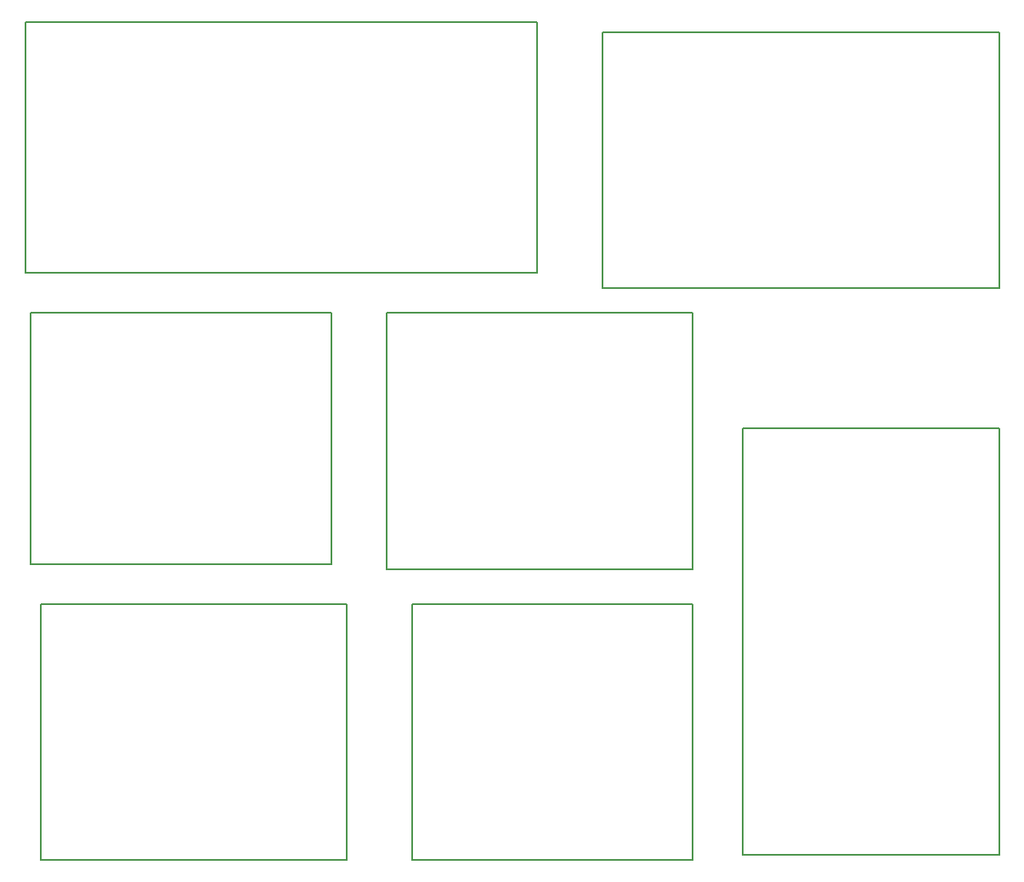
<source format=gbr>
G04 #@! TF.FileFunction,Legend,Bot*
%FSLAX46Y46*%
G04 Gerber Fmt 4.6, Leading zero omitted, Abs format (unit mm)*
G04 Created by KiCad (PCBNEW 4.0.7) date 12/29/22 21:00:47*
%MOMM*%
%LPD*%
G01*
G04 APERTURE LIST*
%ADD10C,0.100000*%
%ADD11C,0.200000*%
G04 APERTURE END LIST*
D10*
D11*
X190500000Y-143000000D02*
X190500000Y-100500000D01*
X216000000Y-143000000D02*
X190500000Y-143000000D01*
X216000000Y-100500000D02*
X216000000Y-143000000D01*
X190500000Y-100500000D02*
X216000000Y-100500000D01*
X157500000Y-143500000D02*
X157500000Y-118000000D01*
X185500000Y-143500000D02*
X157500000Y-143500000D01*
X185500000Y-118000000D02*
X185500000Y-143500000D01*
X157500000Y-118000000D02*
X185500000Y-118000000D01*
X120500000Y-118500000D02*
X120500000Y-118000000D01*
X120500000Y-143500000D02*
X120500000Y-118500000D01*
X151000000Y-143500000D02*
X120500000Y-143500000D01*
X151000000Y-118000000D02*
X151000000Y-143500000D01*
X120500000Y-118000000D02*
X151000000Y-118000000D01*
X155000000Y-114500000D02*
X155000000Y-89000000D01*
X185500000Y-89000000D02*
X185000000Y-89000000D01*
X185500000Y-114500000D02*
X185500000Y-89000000D01*
X185000000Y-114500000D02*
X185500000Y-114500000D01*
X185000000Y-114500000D02*
X155000000Y-114500000D01*
X155000000Y-89000000D02*
X185000000Y-89000000D01*
X123000000Y-89000000D02*
X119500000Y-89000000D01*
X148500000Y-89000000D02*
X123000000Y-89000000D01*
X119500000Y-114000000D02*
X119500000Y-89000000D01*
X149500000Y-114000000D02*
X119500000Y-114000000D01*
X149500000Y-89000000D02*
X149500000Y-114000000D01*
X148500000Y-89000000D02*
X149500000Y-89000000D01*
X176500000Y-86500000D02*
X176500000Y-61000000D01*
X216000000Y-86500000D02*
X176500000Y-86500000D01*
X216000000Y-61000000D02*
X216000000Y-86500000D01*
X176500000Y-61000000D02*
X216000000Y-61000000D01*
X119000000Y-60000000D02*
X119000000Y-85000000D01*
X170000000Y-60000000D02*
X119000000Y-60000000D01*
X170000000Y-85000000D02*
X170000000Y-60000000D01*
X119000000Y-85000000D02*
X170000000Y-85000000D01*
M02*

</source>
